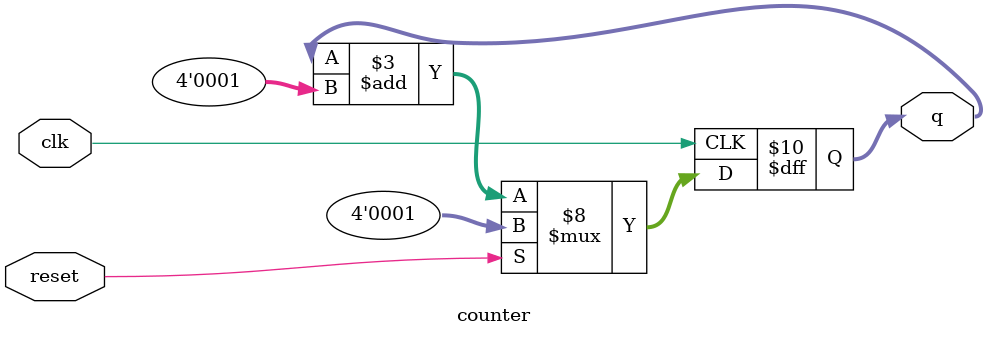
<source format=v>
module counter( 
    input clk,
    input reset,
    output reg [3:0] q
); 
// update q on the positive edge of the clock according to the following cases:
// on reset, assign q to 1
// else if q is 12, assign q to 1
// else, increment q by 1 
always @(posedge clk)
begin
	if (reset) 
	begin
	q <= 4'b0001;
	end 
	else if (q == 12'b111111111111111111) 
	begin
	q <= 4'b0001;
	end 
	else 
	begin
	q <= q + 4'b0001;
	end
end 
endmodule

</source>
